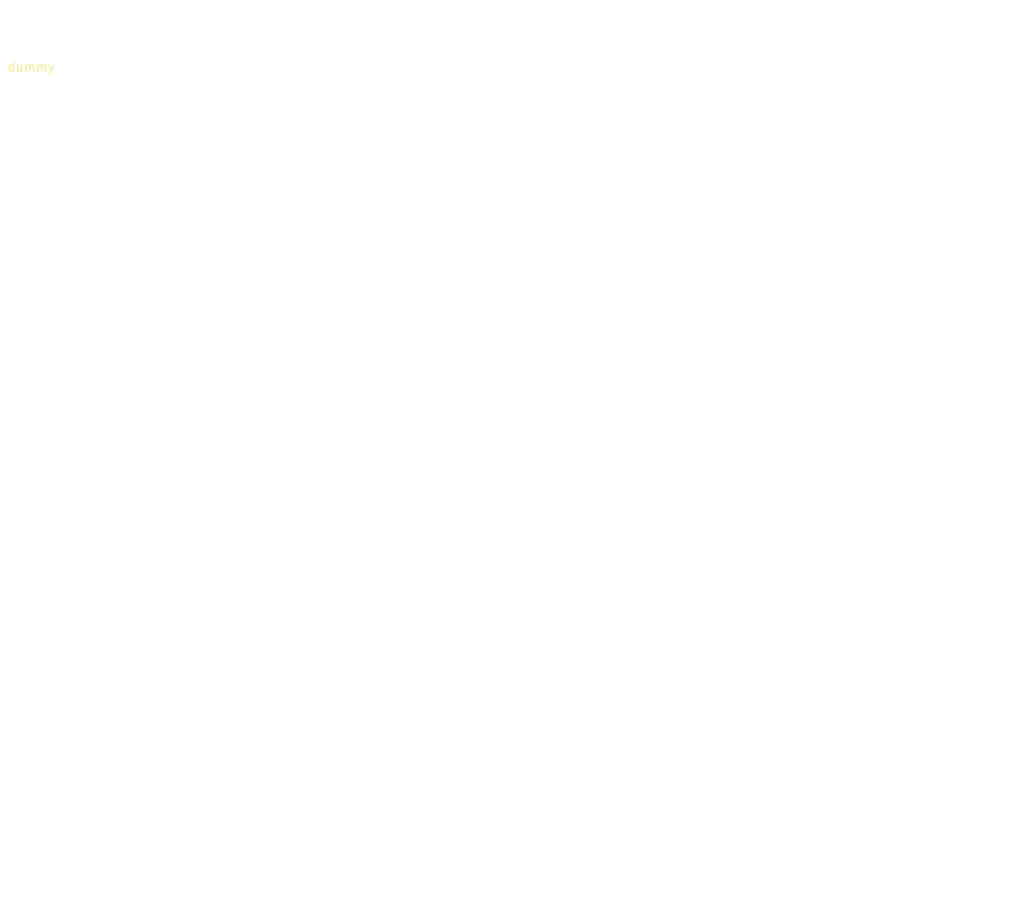
<source format=kicad_pcb>
(kicad_pcb (version 20171130) (host pcbnew 5.1.9)

  (general
    (thickness 1.6)
    (drawings 401)
    (tracks 0)
    (zones 0)
    (modules 1)
    (nets 1)
  )

  (page A4)
  (layers
    (0 F.Cu signal)
    (31 B.Cu signal)
    (32 B.Adhes user)
    (33 F.Adhes user)
    (34 B.Paste user)
    (35 F.Paste user)
    (36 B.SilkS user)
    (37 F.SilkS user)
    (38 B.Mask user)
    (39 F.Mask user)
    (40 Dwgs.User user)
    (41 Cmts.User user)
    (42 Eco1.User user)
    (43 Eco2.User user)
    (44 Edge.Cuts user)
    (45 Margin user)
    (46 B.CrtYd user)
    (47 F.CrtYd user)
    (48 B.Fab user)
    (49 F.Fab user)
  )

  (setup
    (last_trace_width 0.25)
    (trace_clearance 0.2)
    (zone_clearance 0.508)
    (zone_45_only no)
    (trace_min 0.2)
    (via_size 0.8)
    (via_drill 0.4)
    (via_min_size 0.4)
    (via_min_drill 0.3)
    (uvia_size 0.3)
    (uvia_drill 0.1)
    (uvias_allowed no)
    (uvia_min_size 0.2)
    (uvia_min_drill 0.1)
    (edge_width 0.1)
    (segment_width 0.2)
    (pcb_text_width 0.3)
    (pcb_text_size 1.5 1.5)
    (mod_edge_width 0.12)
    (mod_text_size 1 1)
    (mod_text_width 0.1)
    (pad_size 1.524 1.524)
    (pad_drill 0.762)
    (pad_to_mask_clearance 0.05)
    (aux_axis_origin 0 0)
    (visible_elements FFFFFFFF)
    (pcbplotparams
      (layerselection 0x010fc_ffffffff)
      (usegerberextensions false)
      (usegerberattributes true)
      (usegerberadvancedattributes true)
      (creategerberjobfile true)
      (excludeedgelayer true)
      (linewidth 0.100000)
      (plotframeref false)
      (viasonmask false)
      (mode 1)
      (useauxorigin false)
      (hpglpennumber 1)
      (hpglpenspeed 20)
      (hpglpendiameter 15.000000)
      (psnegative false)
      (psa4output false)
      (plotreference false)
      (plotvalue false)
      (plotinvisibletext false)
      (padsonsilk false)
      (subtractmaskfromsilk false)
      (outputformat 1)
      (mirror false)
      (drillshape 0)
      (scaleselection 1)
      (outputdirectory ""))
  )

  (net 0 "")

  (net_class Default "This is the default net class."
    (clearance 0.2)
    (trace_width 0.25)
    (via_dia 0.8)
    (via_drill 0.4)
    (uvia_dia 0.3)
    (uvia_drill 0.1)
  )

  (net_class Power ""
    (clearance 0.2)
    (trace_width 0.3)
    (via_dia 0.8)
    (via_drill 0.4)
    (uvia_dia 0.3)
    (uvia_drill 0.1)
  )

  (module dummy:dummy (layer F.Cu) (tedit 604AAE8F) (tstamp 6068E0E1)
    (at 12 12)
    (fp_text reference dummy (at 0 0.5) (layer F.SilkS)
      (effects (font (size 1 1) (thickness 0.15)))
    )
    (fp_text value dummy (at 0 -0.5) (layer F.Fab)
      (effects (font (size 1 1) (thickness 0.15)))
    )
  )

  (gr_circle (center 33.63 78.42) (end 34.73 78.42) (layer Cmts.User) (width 0.1) (tstamp 6069110F))
  (gr_circle (center 98.35 77.85) (end 99.45 77.85) (layer Cmts.User) (width 0.1) (tstamp 6069110F))
  (gr_circle (center 87.05 19.4) (end 88.15 19.4) (layer Cmts.User) (width 0.1) (tstamp 6069110F))
  (gr_circle (center 23.05 27.2) (end 24.15 27.2) (layer Cmts.User) (width 0.1) (tstamp 606910FB))
  (gr_circle (center 67.8 38) (end 88.35 38) (layer Cmts.User) (width 0.1))
  (gr_arc (start 101.403543 18.190204) (end 106.153543 18.190204) (angle -70.11765915) (layer Eco1.User) (width 0.1) (tstamp 6068D5E1))
  (gr_arc (start 51.931484 152.624677) (end 103.018969 13.723337) (angle -15.43081601) (layer Eco1.User) (width 0.1) (tstamp 6068D5C5))
  (gr_line (start 106.15 49.85) (end 121.26098 49.844001) (layer Eco1.User) (width 0.1) (tstamp 6068D556))
  (gr_arc (start 116.215001 52.600918) (end 121.965001 52.600918) (angle -28.65039189) (layer Eco1.User) (width 0.1) (tstamp 6068D53C))
  (gr_line (start 121.9 78.8) (end 121.893314 79.630452) (layer Eco1.User) (width 0.1) (tstamp 6068D4F9))
  (gr_line (start 118.95 78.8) (end 121.9 78.8) (layer Eco1.User) (width 0.1))
  (gr_line (start 118.95 73.2) (end 121.95 73.2) (layer Eco1.User) (width 0.1))
  (gr_line (start 121.965001 52.600918) (end 121.95 73.2) (layer Eco1.User) (width 0.1) (tstamp 6068D4C2))
  (gr_line (start 118.95 73.2) (end 118.95 78.8) (layer Eco1.User) (width 0.1) (tstamp 6068D472))
  (gr_arc (start 100.190263 79.447367) (end 119.398792 89.551246) (angle -27.26148989) (layer Eco1.User) (width 0.1) (tstamp 6068D45D))
  (gr_line (start 119.398792 89.551246) (end 112.550487 101.641178) (layer Eco1.User) (width 0.1) (tstamp 6068D449))
  (gr_arc (start 106.708 97.938735) (end 103.2 103.9) (angle -88.11250382) (layer Eco1.User) (width 0.1) (tstamp 6068D3EC))
  (gr_arc (start 61.59 173.76) (end 103.2 103.9) (angle -15.27393997) (layer Eco1.User) (width 0.1) (tstamp 6068D3B7))
  (gr_arc (start 15.281782 407.025991) (end 83.326703 95.40614) (angle -12.22013042) (layer Eco1.User) (width 0.1) (tstamp 6068D376))
  (gr_arc (start 60.008389 78.858139) (end 60.008389 5.128139) (angle -40.89999906) (layer Eco1.User) (width 0.1) (tstamp 6068D32E))
  (gr_arc (start 17.48 30.13) (end 11.73435 23.129062) (angle -38.97981394) (layer Eco1.User) (width 0.1) (tstamp 6068D2EE))
  (gr_arc (start 15.650037 81.065841) (end 8.650038 81.13584) (angle -90.85844454) (layer Eco1.User) (width 0.1) (tstamp 6068D2CC))
  (gr_line (start 64.21927 5.137309) (end 60.008389 5.128139) (layer Eco1.User) (width 0.1) (tstamp 6068D287))
  (gr_line (start 106.15 49.85) (end 106.153543 18.190204) (layer Eco1.User) (width 0.1) (tstamp 6068D262))
  (gr_line (start 8.609602 28.301979) (end 8.650038 81.13584) (layer Eco1.User) (width 0.1) (tstamp 6068D1C3))
  (gr_circle (center 107 95.2) (end 108.101136 95.2) (layer Dwgs.User) (width 0.1) (tstamp 6068D15D))
  (gr_circle (center 89.801135 86.7) (end 90.902271 86.7) (layer Dwgs.User) (width 0.1) (tstamp 6068CF40))
  (gr_circle (center 27 44.8) (end 28.11018 44.8) (layer Dwgs.User) (width 0.1) (tstamp 6068CEC2))
  (gr_circle (center 27 61.8) (end 28.11018 61.8) (layer Dwgs.User) (width 0.1) (tstamp 6068CEC2))
  (gr_circle (center 27 78.8) (end 28.11018 78.8) (layer Dwgs.User) (width 0.1) (tstamp 6068CEC2))
  (gr_circle (center 45 66.8) (end 46.11018 66.8) (layer Dwgs.User) (width 0.1) (tstamp 6068CEC2))
  (gr_circle (center 45 49.8) (end 46.11018 49.8) (layer Dwgs.User) (width 0.1) (tstamp 6068CEC2))
  (gr_circle (center 45 32.8) (end 46.11018 32.8) (layer Dwgs.User) (width 0.1) (tstamp 6068CEC2))
  (gr_circle (center 63 25.8) (end 64.11018 25.8) (layer Dwgs.User) (width 0.1) (tstamp 6068CEC2))
  (gr_circle (center 63 42.8) (end 64.11018 42.8) (layer Dwgs.User) (width 0.1) (tstamp 6068CEC2))
  (gr_circle (center 63 59.8) (end 64.11018 59.8) (layer Dwgs.User) (width 0.1) (tstamp 6068CEC2))
  (gr_circle (center 81 65.3) (end 82.11018 65.3) (layer Dwgs.User) (width 0.1) (tstamp 6068CEC2))
  (gr_circle (center 81 48.3) (end 82.11018 48.3) (layer Dwgs.User) (width 0.1) (tstamp 6068CEC2))
  (gr_circle (center 81 31.3) (end 82.11018 31.3) (layer Dwgs.User) (width 0.1) (tstamp 6068CEC2))
  (gr_circle (center 99 33.8) (end 100.11018 33.8) (layer Dwgs.User) (width 0.1) (tstamp 6068CEC2))
  (gr_circle (center 99 50.8) (end 100.11018 50.8) (layer Dwgs.User) (width 0.1) (tstamp 6068CEC2))
  (gr_circle (center 99 67.8) (end 100.11018 67.8) (layer Dwgs.User) (width 0.1) (tstamp 6068CDAA))
  (gr_line (start 28.9 70.2) (end 33.1 70.2) (layer Eco1.User) (width 0.1) (tstamp 6068CD0B))
  (gr_line (start 33.1 72.8) (end 28.9 72.8) (layer Eco1.User) (width 0.1) (tstamp 6068CD0A))
  (gr_line (start 33.1 70.2) (end 33.1 72.8) (layer Eco1.User) (width 0.1) (tstamp 6068CD09))
  (gr_line (start 28.9 72.8) (end 28.9 70.2) (layer Eco1.User) (width 0.1) (tstamp 6068CD08))
  (gr_line (start 46.9 22.8) (end 51.1 22.8) (layer Eco1.User) (width 0.1) (tstamp 6068CD0B))
  (gr_line (start 51.1 25.4) (end 46.9 25.4) (layer Eco1.User) (width 0.1) (tstamp 6068CD0A))
  (gr_line (start 51.1 22.8) (end 51.1 25.4) (layer Eco1.User) (width 0.1) (tstamp 6068CD09))
  (gr_line (start 46.9 25.4) (end 46.9 22.8) (layer Eco1.User) (width 0.1) (tstamp 6068CD08))
  (gr_line (start 84.3 23) (end 88.5 23) (layer Eco1.User) (width 0.1) (tstamp 6068CD0B))
  (gr_line (start 88.5 25.6) (end 84.3 25.6) (layer Eco1.User) (width 0.1) (tstamp 6068CD0A))
  (gr_line (start 88.5 23) (end 88.5 25.6) (layer Eco1.User) (width 0.1) (tstamp 6068CD09))
  (gr_line (start 84.3 25.6) (end 84.3 23) (layer Eco1.User) (width 0.1) (tstamp 6068CD08))
  (gr_line (start 82.9 54.2) (end 87.1 54.2) (layer Eco1.User) (width 0.1) (tstamp 6068CD0B))
  (gr_line (start 87.1 56.8) (end 82.9 56.8) (layer Eco1.User) (width 0.1) (tstamp 6068CD0A))
  (gr_line (start 87.1 54.2) (end 87.1 56.8) (layer Eco1.User) (width 0.1) (tstamp 6068CD09))
  (gr_line (start 82.9 56.8) (end 82.9 54.2) (layer Eco1.User) (width 0.1) (tstamp 6068CD08))
  (gr_line (start 82.9 71.2) (end 87.1 71.2) (layer Eco1.User) (width 0.1) (tstamp 6068CD0B))
  (gr_line (start 87.1 73.8) (end 82.9 73.8) (layer Eco1.User) (width 0.1) (tstamp 6068CD0A))
  (gr_line (start 87.1 71.2) (end 87.1 73.8) (layer Eco1.User) (width 0.1) (tstamp 6068CD09))
  (gr_line (start 82.9 73.8) (end 82.9 71.2) (layer Eco1.User) (width 0.1) (tstamp 6068CD08))
  (gr_line (start 46.9 63.2) (end 51.1 63.2) (layer Eco1.User) (width 0.1) (tstamp 6068CD06))
  (gr_line (start 46.9 65.8) (end 46.9 63.2) (layer Eco1.User) (width 0.1))
  (gr_line (start 51.1 65.8) (end 46.9 65.8) (layer Eco1.User) (width 0.1))
  (gr_line (start 51.1 63.2) (end 51.1 65.8) (layer Eco1.User) (width 0.1))
  (gr_line (start 28.9 37.2) (end 33.1 37.2) (layer Eco1.User) (width 0.1) (tstamp 6068CD05))
  (gr_line (start 28.9 34.6) (end 28.9 37.2) (layer Eco1.User) (width 0.1))
  (gr_line (start 33.1 34.6) (end 28.9 34.6) (layer Eco1.User) (width 0.1))
  (gr_line (start 33.1 37.2) (end 33.1 34.6) (layer Eco1.User) (width 0.1))
  (gr_circle (center 105.7 78.3) (end 106.81018 78.3) (layer Dwgs.User) (width 0.1) (tstamp 6068CD00))
  (gr_circle (center 113.81018 73.7) (end 114.92036 73.7) (layer Dwgs.User) (width 0.1) (tstamp 6068CCFB))
  (gr_circle (center 110.81018 73.7) (end 111.92036 73.7) (layer Dwgs.User) (width 0.1) (tstamp 6068CCFA))
  (gr_circle (center 106.81018 73.7) (end 107.92036 73.7) (layer Dwgs.User) (width 0.1) (tstamp 6068CCF9))
  (gr_circle (center 113.8 78.3) (end 114.9 78.45) (layer Cmts.User) (width 0.1) (tstamp 60687D76))
  (gr_circle (center 110.8 78.3) (end 111.9 78.45) (layer Cmts.User) (width 0.1) (tstamp 60687D76))
  (gr_circle (center 106.8 78.3) (end 107.9 78.45) (layer Cmts.User) (width 0.1) (tstamp 60687D76))
  (gr_circle (center 105.7 73.7) (end 106.8 73.85) (layer Cmts.User) (width 0.1))
  (gr_circle (center 107.35 59.15) (end 108 58.2) (layer Cmts.User) (width 0.1) (tstamp 60687D2B))
  (gr_circle (center 116 59.15) (end 116.65 58.2) (layer Cmts.User) (width 0.1) (tstamp 60687CEF))
  (gr_circle (center 115.95 54.95) (end 116.45 54.2) (layer Cmts.User) (width 0.1) (tstamp 60687CEF))
  (gr_circle (center 107.3 54.95) (end 107.8 54.2) (layer Cmts.User) (width 0.1))
  (gr_line (start 104 51.8) (end 106.3 51.8) (layer Cmts.User) (width 0.1) (tstamp 60687C5A))
  (gr_line (start 104 73) (end 104 51.8) (layer Dwgs.User) (width 0.1))
  (gr_line (start 108.1 72.7) (end 117 72.7) (layer Cmts.User) (width 0.1))
  (gr_line (start 108.1 71.4) (end 108.1 72.7) (layer Cmts.User) (width 0.1))
  (gr_line (start 104.5 71.4) (end 108.1 71.4) (layer Cmts.User) (width 0.1))
  (gr_line (start 104.5 61.3) (end 104.5 71.4) (layer Cmts.User) (width 0.1))
  (gr_line (start 106.3 61.3) (end 104.5 61.3) (layer Cmts.User) (width 0.1))
  (gr_line (start 106.3 51.8) (end 106.3 61.3) (layer Cmts.User) (width 0.1))
  (gr_line (start 117 51.8) (end 106.3 51.8) (layer Cmts.User) (width 0.1))
  (gr_line (start 117 72.9) (end 117 51.8) (layer Cmts.User) (width 0.1))
  (gr_line (start 117 73.2) (end 117 72.9) (layer Cmts.User) (width 0.1))
  (gr_line (start 119 73.2) (end 117 73.2) (layer Cmts.User) (width 0.1))
  (gr_line (start 117 78.8) (end 119 78.8) (layer Cmts.User) (width 0.1))
  (gr_line (start 117 79.1) (end 117 78.8) (layer Cmts.User) (width 0.1))
  (gr_line (start 104.9 79.1) (end 117 79.1) (layer Cmts.User) (width 0.1))
  (gr_line (start 104.9 73) (end 104.9 79.1) (layer Cmts.User) (width 0.1))
  (gr_line (start 104 73) (end 104.9 73) (layer Cmts.User) (width 0.1))
  (gr_line (start 31 18.5) (end 31 20.5) (layer Cmts.User) (width 0.1) (tstamp 60687A88))
  (gr_line (start 35.1 18.5) (end 31 18.5) (layer Cmts.User) (width 0.1))
  (gr_line (start 35.1 16.1) (end 35.1 18.5) (layer Cmts.User) (width 0.1))
  (gr_line (start 43.8 16.1) (end 35.1 16.1) (layer Cmts.User) (width 0.1))
  (gr_line (start 43.8 15.3) (end 43.8 16.1) (layer Cmts.User) (width 0.1))
  (gr_line (start 49 15.3) (end 43.8 15.3) (layer Cmts.User) (width 0.1))
  (gr_circle (center 101.58 94.52) (end 102.68 94.57) (layer Cmts.User) (width 0.1) (tstamp 606879D3))
  (gr_circle (center 98.3 90.2) (end 99.4 90.25) (layer Cmts.User) (width 0.1) (tstamp 606879D3))
  (gr_circle (center 80.15 84.08) (end 81.25 84.13) (layer Cmts.User) (width 0.1) (tstamp 606879D3))
  (gr_circle (center 84.44 87.4) (end 85.54 87.45) (layer Cmts.User) (width 0.1) (tstamp 606879D3))
  (gr_circle (center 109.29 92.16) (end 110.24 92.16) (layer Cmts.User) (width 0.1) (tstamp 6068796A))
  (gr_circle (center 99.77 86.66) (end 100.72 86.66) (layer Cmts.User) (width 0.1) (tstamp 6068796A))
  (gr_circle (center 91.28 83.12) (end 92.23 83.12) (layer Cmts.User) (width 0.1) (tstamp 6068796A))
  (gr_circle (center 80.65 80.28) (end 81.6 80.28) (layer Cmts.User) (width 0.1) (tstamp 6068796A))
  (gr_circle (center 104.53 89.41) (end 106.33 89.21) (layer Cmts.User) (width 0.1) (tstamp 60687935))
  (gr_circle (center 85.97 81.7) (end 87.77 81.5) (layer Cmts.User) (width 0.1) (tstamp 60687935))
  (gr_line (start 95.1 91.94) (end 107.06 98.84) (layer Cmts.User) (width 0.1))
  (gr_line (start 102 79.98) (end 95.1 91.94) (layer Cmts.User) (width 0.1))
  (gr_line (start 113.96 86.88) (end 102 79.98) (layer Cmts.User) (width 0.1))
  (gr_line (start 107.06 98.84) (end 113.96 86.88) (layer Cmts.User) (width 0.1))
  (gr_line (start 92.48 92.25) (end 108.07 101.26) (layer Cmts.User) (width 0.1) (tstamp 60687883))
  (gr_line (start 100.98 77.56) (end 92.48 92.25) (layer Cmts.User) (width 0.1))
  (gr_line (start 116.56 86.56) (end 100.98 77.56) (layer Cmts.User) (width 0.1))
  (gr_line (start 108.07 101.26) (end 116.56 86.56) (layer Cmts.User) (width 0.1))
  (gr_line (start 90.85 90.15) (end 77.52 86.58) (layer Cmts.User) (width 0.1) (tstamp 60687832))
  (gr_line (start 94.42 76.82) (end 90.85 90.15) (layer Cmts.User) (width 0.1))
  (gr_line (start 81.09 73.25) (end 94.42 76.82) (layer Cmts.User) (width 0.1))
  (gr_line (start 77.52 86.58) (end 81.09 73.25) (layer Cmts.User) (width 0.1))
  (gr_line (start 79.49 71.17) (end 75.1 87.57) (layer Cmts.User) (width 0.1) (tstamp 606877DB))
  (gr_line (start 92.46 92.23) (end 96.85 75.83) (layer Cmts.User) (width 0.1) (tstamp 606877C0))
  (gr_line (start 75.1 87.57) (end 92.46 92.23) (layer Cmts.User) (width 0.1) (tstamp 6068779C))
  (gr_line (start 79.49 71.17) (end 96.85 75.83) (layer Cmts.User) (width 0.1) (tstamp 60687765))
  (gr_line (start 116.55 81.7) (end 108.9 81.7) (layer Cmts.User) (width 0.1) (tstamp 6068769A))
  (gr_line (start 116.55 79.8) (end 116.55 81.7) (layer Cmts.User) (width 0.1))
  (gr_line (start 108.9 79.8) (end 116.55 79.8) (layer Cmts.User) (width 0.1))
  (gr_line (start 108.9 81.7) (end 108.9 79.8) (layer Cmts.User) (width 0.1))
  (gr_line (start 67.45 82.65) (end 68.6 82.65) (layer Cmts.User) (width 0.1) (tstamp 6068760D))
  (gr_line (start 68.6 70.35) (end 67.4 70.35) (layer Cmts.User) (width 0.1) (tstamp 6068760C))
  (gr_line (start 67.4 70.35) (end 67.45 82.65) (layer Cmts.User) (width 0.1) (tstamp 6068760B))
  (gr_line (start 68.6 82.65) (end 68.6 70.35) (layer Cmts.User) (width 0.1) (tstamp 6068760A))
  (gr_line (start 52.45 82.65) (end 53.6 82.65) (layer Cmts.User) (width 0.1) (tstamp 6068760D))
  (gr_line (start 53.6 70.35) (end 52.4 70.35) (layer Cmts.User) (width 0.1) (tstamp 6068760C))
  (gr_line (start 52.4 70.35) (end 52.45 82.65) (layer Cmts.User) (width 0.1) (tstamp 6068760B))
  (gr_line (start 53.6 82.65) (end 53.6 70.35) (layer Cmts.User) (width 0.1) (tstamp 6068760A))
  (gr_line (start 66.65 84.55) (end 66.65 83.4) (layer Cmts.User) (width 0.1) (tstamp 6068760D))
  (gr_line (start 54.35 83.4) (end 54.35 84.6) (layer Cmts.User) (width 0.1) (tstamp 6068760C))
  (gr_line (start 54.35 84.6) (end 66.65 84.55) (layer Cmts.User) (width 0.1) (tstamp 6068760B))
  (gr_line (start 66.65 83.4) (end 54.35 83.4) (layer Cmts.User) (width 0.1) (tstamp 6068760A))
  (gr_line (start 66.65 68.4) (end 54.35 68.4) (layer Cmts.User) (width 0.1) (tstamp 606875F0))
  (gr_line (start 66.65 69.55) (end 66.65 68.4) (layer Cmts.User) (width 0.1))
  (gr_line (start 54.35 69.6) (end 66.65 69.55) (layer Cmts.User) (width 0.1))
  (gr_line (start 54.35 68.4) (end 54.35 69.6) (layer Cmts.User) (width 0.1))
  (gr_line (start 55.35 71.35) (end 55.35 81.65) (layer Cmts.User) (width 0.1) (tstamp 606875B6))
  (gr_line (start 65.65 71.35) (end 55.35 71.35) (layer Cmts.User) (width 0.1))
  (gr_line (start 65.65 81.65) (end 65.65 71.35) (layer Cmts.User) (width 0.1))
  (gr_line (start 55.35 81.65) (end 65.65 81.65) (layer Cmts.User) (width 0.1))
  (gr_line (start 70.15 83.95) (end 70.15 79.8) (layer Cmts.User) (width 0.1) (tstamp 6068752E))
  (gr_line (start 73.85 83.95) (end 70.15 83.95) (layer Cmts.User) (width 0.1))
  (gr_line (start 73.85 79.8) (end 73.85 83.95) (layer Cmts.User) (width 0.1))
  (gr_line (start 70.15 79.8) (end 73.85 79.8) (layer Cmts.User) (width 0.1))
  (gr_line (start 70.15 78.45) (end 70.15 74.3) (layer Cmts.User) (width 0.1) (tstamp 6068752D))
  (gr_line (start 73.85 78.45) (end 70.15 78.45) (layer Cmts.User) (width 0.1))
  (gr_line (start 73.85 74.3) (end 73.85 78.45) (layer Cmts.User) (width 0.1))
  (gr_line (start 70.15 74.3) (end 73.85 74.3) (layer Cmts.User) (width 0.1))
  (gr_line (start 52.65 67.45) (end 52.65 65.55) (layer Cmts.User) (width 0.1) (tstamp 6068752C))
  (gr_line (start 60.85 67.45) (end 52.65 67.45) (layer Cmts.User) (width 0.1))
  (gr_line (start 60.85 65.55) (end 60.85 67.45) (layer Cmts.User) (width 0.1))
  (gr_line (start 52.65 65.55) (end 60.85 65.55) (layer Cmts.User) (width 0.1))
  (gr_line (start 38.65 82.2) (end 38.65 74.3) (layer Cmts.User) (width 0.1) (tstamp 6068752B))
  (gr_line (start 42.35 82.2) (end 38.65 82.2) (layer Cmts.User) (width 0.1))
  (gr_line (start 42.35 81.75) (end 42.35 82.2) (layer Cmts.User) (width 0.1))
  (gr_line (start 46.7 81.75) (end 42.35 81.75) (layer Cmts.User) (width 0.1))
  (gr_line (start 46.7 77.9) (end 46.7 81.75) (layer Cmts.User) (width 0.1))
  (gr_line (start 47.35 77.9) (end 46.7 77.9) (layer Cmts.User) (width 0.1))
  (gr_line (start 47.35 75.6) (end 47.35 77.9) (layer Cmts.User) (width 0.1))
  (gr_line (start 42.35 75.6) (end 47.35 75.6) (layer Cmts.User) (width 0.1))
  (gr_line (start 42.35 74.3) (end 42.35 75.6) (layer Cmts.User) (width 0.1))
  (gr_line (start 38.65 74.3) (end 42.35 74.3) (layer Cmts.User) (width 0.1))
  (gr_line (start 87.1 36.9) (end 87.1 23.1) (layer Cmts.User) (width 0.1) (tstamp 6068748E))
  (gr_line (start 100.9 23.1) (end 100.9 36.9) (layer Cmts.User) (width 0.1) (tstamp 6068748D))
  (gr_circle (center 94 30) (end 95.8 29.8) (layer Cmts.User) (width 0.1) (tstamp 6068748C))
  (gr_line (start 87.1 53.9) (end 87.1 40.1) (layer Cmts.User) (width 0.1) (tstamp 6068748B))
  (gr_line (start 103 21.5) (end 103 38.5) (layer Cmts.User) (width 0.1) (tstamp 6068748A))
  (gr_line (start 87.1 40.1) (end 100.9 40.1) (layer Cmts.User) (width 0.1) (tstamp 60687489))
  (gr_line (start 85 38.5) (end 85 21.5) (layer Cmts.User) (width 0.1) (tstamp 60687488))
  (gr_circle (center 88.5 64) (end 89.45 64.15) (layer Cmts.User) (width 0.1) (tstamp 60687487))
  (gr_circle (center 89 50.8) (end 90.1 50.95) (layer Cmts.User) (width 0.1) (tstamp 60687486))
  (gr_circle (center 88.5 47) (end 89.45 47.15) (layer Cmts.User) (width 0.1) (tstamp 60687485))
  (gr_line (start 103 55.5) (end 85 55.5) (layer Cmts.User) (width 0.1) (tstamp 60687484))
  (gr_line (start 85 21.5) (end 103 21.5) (layer Cmts.User) (width 0.1) (tstamp 60687483))
  (gr_circle (center 94 52.9) (end 95.1 52.95) (layer Cmts.User) (width 0.1) (tstamp 60687482))
  (gr_line (start 100.9 40.1) (end 100.9 53.9) (layer Cmts.User) (width 0.1) (tstamp 60687481))
  (gr_circle (center 94 47) (end 95.8 46.8) (layer Cmts.User) (width 0.1) (tstamp 60687480))
  (gr_line (start 103 38.5) (end 103 55.5) (layer Cmts.User) (width 0.1) (tstamp 6068747F))
  (gr_circle (center 99.5 30) (end 100.45 30) (layer Cmts.User) (width 0.1) (tstamp 6068747E))
  (gr_circle (center 89 33.8) (end 90.1 33.95) (layer Cmts.User) (width 0.1) (tstamp 6068747D))
  (gr_circle (center 99.5 64) (end 100.45 64) (layer Cmts.User) (width 0.1) (tstamp 6068747C))
  (gr_line (start 100.9 53.9) (end 87.1 53.9) (layer Cmts.User) (width 0.1) (tstamp 6068747B))
  (gr_line (start 85 55.5) (end 85 38.5) (layer Cmts.User) (width 0.1) (tstamp 6068747A))
  (gr_line (start 85 38.5) (end 103 38.5) (layer Cmts.User) (width 0.1) (tstamp 60687479))
  (gr_circle (center 99.5 47) (end 100.45 47) (layer Cmts.User) (width 0.1) (tstamp 60687478))
  (gr_line (start 87.1 23.1) (end 100.9 23.1) (layer Cmts.User) (width 0.1) (tstamp 60687477))
  (gr_line (start 87.1 70.9) (end 87.1 57.1) (layer Cmts.User) (width 0.1) (tstamp 60687476))
  (gr_line (start 100.9 57.1) (end 100.9 70.9) (layer Cmts.User) (width 0.1) (tstamp 60687475))
  (gr_line (start 103 72.5) (end 85 72.5) (layer Cmts.User) (width 0.1) (tstamp 60687474))
  (gr_circle (center 94 35.9) (end 95.1 35.95) (layer Cmts.User) (width 0.1) (tstamp 60687473))
  (gr_line (start 85 55.5) (end 103 55.5) (layer Cmts.User) (width 0.1) (tstamp 60687472))
  (gr_line (start 100.9 36.9) (end 87.1 36.9) (layer Cmts.User) (width 0.1) (tstamp 60687471))
  (gr_circle (center 94 64) (end 95.8 63.8) (layer Cmts.User) (width 0.1) (tstamp 60687470))
  (gr_line (start 103 55.5) (end 103 72.5) (layer Cmts.User) (width 0.1) (tstamp 6068746F))
  (gr_line (start 85 72.5) (end 85 55.5) (layer Cmts.User) (width 0.1) (tstamp 6068746E))
  (gr_line (start 103 38.5) (end 85 38.5) (layer Cmts.User) (width 0.1) (tstamp 6068746D))
  (gr_circle (center 94 69.9) (end 95.1 69.95) (layer Cmts.User) (width 0.1) (tstamp 6068746C))
  (gr_circle (center 88.5 30) (end 89.45 30.15) (layer Cmts.User) (width 0.1) (tstamp 6068746B))
  (gr_line (start 87.1 57.1) (end 100.9 57.1) (layer Cmts.User) (width 0.1) (tstamp 6068746A))
  (gr_circle (center 89 67.8) (end 90.1 67.95) (layer Cmts.User) (width 0.1) (tstamp 60687469))
  (gr_line (start 100.9 70.9) (end 87.1 70.9) (layer Cmts.User) (width 0.1) (tstamp 60687468))
  (gr_line (start 69.1 34.4) (end 69.1 20.6) (layer Cmts.User) (width 0.1) (tstamp 6068748E))
  (gr_line (start 82.9 20.6) (end 82.9 34.4) (layer Cmts.User) (width 0.1) (tstamp 6068748D))
  (gr_circle (center 76 27.5) (end 77.8 27.3) (layer Cmts.User) (width 0.1) (tstamp 6068748C))
  (gr_line (start 69.1 51.4) (end 69.1 37.6) (layer Cmts.User) (width 0.1) (tstamp 6068748B))
  (gr_line (start 85 19) (end 85 36) (layer Cmts.User) (width 0.1) (tstamp 6068748A))
  (gr_line (start 69.1 37.6) (end 82.9 37.6) (layer Cmts.User) (width 0.1) (tstamp 60687489))
  (gr_line (start 67 36) (end 67 19) (layer Cmts.User) (width 0.1) (tstamp 60687488))
  (gr_circle (center 70.5 61.5) (end 71.45 61.65) (layer Cmts.User) (width 0.1) (tstamp 60687487))
  (gr_circle (center 71 48.3) (end 72.1 48.45) (layer Cmts.User) (width 0.1) (tstamp 60687486))
  (gr_circle (center 70.5 44.5) (end 71.45 44.65) (layer Cmts.User) (width 0.1) (tstamp 60687485))
  (gr_line (start 85 53) (end 67 53) (layer Cmts.User) (width 0.1) (tstamp 60687484))
  (gr_line (start 67 19) (end 85 19) (layer Cmts.User) (width 0.1) (tstamp 60687483))
  (gr_circle (center 76 50.4) (end 77.1 50.45) (layer Cmts.User) (width 0.1) (tstamp 60687482))
  (gr_line (start 82.9 37.6) (end 82.9 51.4) (layer Cmts.User) (width 0.1) (tstamp 60687481))
  (gr_circle (center 76 44.5) (end 77.8 44.3) (layer Cmts.User) (width 0.1) (tstamp 60687480))
  (gr_line (start 85 36) (end 85 53) (layer Cmts.User) (width 0.1) (tstamp 6068747F))
  (gr_circle (center 81.5 27.5) (end 82.45 27.5) (layer Cmts.User) (width 0.1) (tstamp 6068747E))
  (gr_circle (center 71 31.3) (end 72.1 31.45) (layer Cmts.User) (width 0.1) (tstamp 6068747D))
  (gr_circle (center 81.5 61.5) (end 82.45 61.5) (layer Cmts.User) (width 0.1) (tstamp 6068747C))
  (gr_line (start 82.9 51.4) (end 69.1 51.4) (layer Cmts.User) (width 0.1) (tstamp 6068747B))
  (gr_line (start 67 53) (end 67 36) (layer Cmts.User) (width 0.1) (tstamp 6068747A))
  (gr_line (start 67 36) (end 85 36) (layer Cmts.User) (width 0.1) (tstamp 60687479))
  (gr_circle (center 81.5 44.5) (end 82.45 44.5) (layer Cmts.User) (width 0.1) (tstamp 60687478))
  (gr_line (start 69.1 20.6) (end 82.9 20.6) (layer Cmts.User) (width 0.1) (tstamp 60687477))
  (gr_line (start 69.1 68.4) (end 69.1 54.6) (layer Cmts.User) (width 0.1) (tstamp 60687476))
  (gr_line (start 82.9 54.6) (end 82.9 68.4) (layer Cmts.User) (width 0.1) (tstamp 60687475))
  (gr_line (start 85 70) (end 67 70) (layer Cmts.User) (width 0.1) (tstamp 60687474))
  (gr_circle (center 76 33.4) (end 77.1 33.45) (layer Cmts.User) (width 0.1) (tstamp 60687473))
  (gr_line (start 67 53) (end 85 53) (layer Cmts.User) (width 0.1) (tstamp 60687472))
  (gr_line (start 82.9 34.4) (end 69.1 34.4) (layer Cmts.User) (width 0.1) (tstamp 60687471))
  (gr_circle (center 76 61.5) (end 77.8 61.3) (layer Cmts.User) (width 0.1) (tstamp 60687470))
  (gr_line (start 85 53) (end 85 70) (layer Cmts.User) (width 0.1) (tstamp 6068746F))
  (gr_line (start 67 70) (end 67 53) (layer Cmts.User) (width 0.1) (tstamp 6068746E))
  (gr_line (start 85 36) (end 67 36) (layer Cmts.User) (width 0.1) (tstamp 6068746D))
  (gr_circle (center 76 67.4) (end 77.1 67.45) (layer Cmts.User) (width 0.1) (tstamp 6068746C))
  (gr_circle (center 70.5 27.5) (end 71.45 27.65) (layer Cmts.User) (width 0.1) (tstamp 6068746B))
  (gr_line (start 69.1 54.6) (end 82.9 54.6) (layer Cmts.User) (width 0.1) (tstamp 6068746A))
  (gr_circle (center 71 65.3) (end 72.1 65.45) (layer Cmts.User) (width 0.1) (tstamp 60687469))
  (gr_line (start 82.9 68.4) (end 69.1 68.4) (layer Cmts.User) (width 0.1) (tstamp 60687468))
  (gr_line (start 51.1 28.9) (end 51.1 15.1) (layer Cmts.User) (width 0.1) (tstamp 6068748E))
  (gr_line (start 64.9 15.1) (end 64.9 28.9) (layer Cmts.User) (width 0.1) (tstamp 6068748D))
  (gr_circle (center 58 22) (end 59.8 21.8) (layer Cmts.User) (width 0.1) (tstamp 6068748C))
  (gr_line (start 51.1 45.9) (end 51.1 32.1) (layer Cmts.User) (width 0.1) (tstamp 6068748B))
  (gr_line (start 67 13.5) (end 67 30.5) (layer Cmts.User) (width 0.1) (tstamp 6068748A))
  (gr_line (start 51.1 32.1) (end 64.9 32.1) (layer Cmts.User) (width 0.1) (tstamp 60687489))
  (gr_line (start 49 30.5) (end 49 13.5) (layer Cmts.User) (width 0.1) (tstamp 60687488))
  (gr_circle (center 52.5 56) (end 53.45 56.15) (layer Cmts.User) (width 0.1) (tstamp 60687487))
  (gr_circle (center 53 42.8) (end 54.1 42.95) (layer Cmts.User) (width 0.1) (tstamp 60687486))
  (gr_circle (center 52.5 39) (end 53.45 39.15) (layer Cmts.User) (width 0.1) (tstamp 60687485))
  (gr_line (start 67 47.5) (end 49 47.5) (layer Cmts.User) (width 0.1) (tstamp 60687484))
  (gr_line (start 49 13.5) (end 67 13.5) (layer Cmts.User) (width 0.1) (tstamp 60687483))
  (gr_circle (center 58 44.9) (end 59.1 44.95) (layer Cmts.User) (width 0.1) (tstamp 60687482))
  (gr_line (start 64.9 32.1) (end 64.9 45.9) (layer Cmts.User) (width 0.1) (tstamp 60687481))
  (gr_circle (center 58 39) (end 59.8 38.8) (layer Cmts.User) (width 0.1) (tstamp 60687480))
  (gr_line (start 67 30.5) (end 67 47.5) (layer Cmts.User) (width 0.1) (tstamp 6068747F))
  (gr_circle (center 63.5 22) (end 64.45 22) (layer Cmts.User) (width 0.1) (tstamp 6068747E))
  (gr_circle (center 53 25.8) (end 54.1 25.95) (layer Cmts.User) (width 0.1) (tstamp 6068747D))
  (gr_circle (center 63.5 56) (end 64.45 56) (layer Cmts.User) (width 0.1) (tstamp 6068747C))
  (gr_line (start 64.9 45.9) (end 51.1 45.9) (layer Cmts.User) (width 0.1) (tstamp 6068747B))
  (gr_line (start 49 47.5) (end 49 30.5) (layer Cmts.User) (width 0.1) (tstamp 6068747A))
  (gr_line (start 49 30.5) (end 67 30.5) (layer Cmts.User) (width 0.1) (tstamp 60687479))
  (gr_circle (center 63.5 39) (end 64.45 39) (layer Cmts.User) (width 0.1) (tstamp 60687478))
  (gr_line (start 51.1 15.1) (end 64.9 15.1) (layer Cmts.User) (width 0.1) (tstamp 60687477))
  (gr_line (start 51.1 62.9) (end 51.1 49.1) (layer Cmts.User) (width 0.1) (tstamp 60687476))
  (gr_line (start 64.9 49.1) (end 64.9 62.9) (layer Cmts.User) (width 0.1) (tstamp 60687475))
  (gr_line (start 67 64.5) (end 49 64.5) (layer Cmts.User) (width 0.1) (tstamp 60687474))
  (gr_circle (center 58 27.9) (end 59.1 27.95) (layer Cmts.User) (width 0.1) (tstamp 60687473))
  (gr_line (start 49 47.5) (end 67 47.5) (layer Cmts.User) (width 0.1) (tstamp 60687472))
  (gr_line (start 64.9 28.9) (end 51.1 28.9) (layer Cmts.User) (width 0.1) (tstamp 60687471))
  (gr_circle (center 58 56) (end 59.8 55.8) (layer Cmts.User) (width 0.1) (tstamp 60687470))
  (gr_line (start 67 47.5) (end 67 64.5) (layer Cmts.User) (width 0.1) (tstamp 6068746F))
  (gr_line (start 49 64.5) (end 49 47.5) (layer Cmts.User) (width 0.1) (tstamp 6068746E))
  (gr_line (start 67 30.5) (end 49 30.5) (layer Cmts.User) (width 0.1) (tstamp 6068746D))
  (gr_circle (center 58 61.9) (end 59.1 61.95) (layer Cmts.User) (width 0.1) (tstamp 6068746C))
  (gr_circle (center 52.5 22) (end 53.45 22.15) (layer Cmts.User) (width 0.1) (tstamp 6068746B))
  (gr_line (start 51.1 49.1) (end 64.9 49.1) (layer Cmts.User) (width 0.1) (tstamp 6068746A))
  (gr_circle (center 53 59.8) (end 54.1 59.95) (layer Cmts.User) (width 0.1) (tstamp 60687469))
  (gr_line (start 64.9 62.9) (end 51.1 62.9) (layer Cmts.User) (width 0.1) (tstamp 60687468))
  (gr_line (start 33.1 35.9) (end 33.1 22.1) (layer Cmts.User) (width 0.1) (tstamp 6068748E))
  (gr_line (start 46.9 22.1) (end 46.9 35.9) (layer Cmts.User) (width 0.1) (tstamp 6068748D))
  (gr_circle (center 40 29) (end 41.8 28.8) (layer Cmts.User) (width 0.1) (tstamp 6068748C))
  (gr_line (start 33.1 52.9) (end 33.1 39.1) (layer Cmts.User) (width 0.1) (tstamp 6068748B))
  (gr_line (start 49 20.5) (end 49 37.5) (layer Cmts.User) (width 0.1) (tstamp 6068748A))
  (gr_line (start 33.1 39.1) (end 46.9 39.1) (layer Cmts.User) (width 0.1) (tstamp 60687489))
  (gr_line (start 31 37.5) (end 31 20.5) (layer Cmts.User) (width 0.1) (tstamp 60687488))
  (gr_circle (center 34.5 63) (end 35.45 63.15) (layer Cmts.User) (width 0.1) (tstamp 60687487))
  (gr_circle (center 35 49.8) (end 36.1 49.95) (layer Cmts.User) (width 0.1) (tstamp 60687486))
  (gr_circle (center 34.5 46) (end 35.45 46.15) (layer Cmts.User) (width 0.1) (tstamp 60687485))
  (gr_line (start 49 54.5) (end 31 54.5) (layer Cmts.User) (width 0.1) (tstamp 60687484))
  (gr_line (start 31 20.5) (end 49 20.5) (layer Cmts.User) (width 0.1) (tstamp 60687483))
  (gr_circle (center 40 51.9) (end 41.1 51.95) (layer Cmts.User) (width 0.1) (tstamp 60687482))
  (gr_line (start 46.9 39.1) (end 46.9 52.9) (layer Cmts.User) (width 0.1) (tstamp 60687481))
  (gr_circle (center 40 46) (end 41.8 45.8) (layer Cmts.User) (width 0.1) (tstamp 60687480))
  (gr_line (start 49 37.5) (end 49 54.5) (layer Cmts.User) (width 0.1) (tstamp 6068747F))
  (gr_circle (center 45.5 29) (end 46.45 29) (layer Cmts.User) (width 0.1) (tstamp 6068747E))
  (gr_circle (center 35 32.8) (end 36.1 32.95) (layer Cmts.User) (width 0.1) (tstamp 6068747D))
  (gr_circle (center 45.5 63) (end 46.45 63) (layer Cmts.User) (width 0.1) (tstamp 6068747C))
  (gr_line (start 46.9 52.9) (end 33.1 52.9) (layer Cmts.User) (width 0.1) (tstamp 6068747B))
  (gr_line (start 31 54.5) (end 31 37.5) (layer Cmts.User) (width 0.1) (tstamp 6068747A))
  (gr_line (start 31 37.5) (end 49 37.5) (layer Cmts.User) (width 0.1) (tstamp 60687479))
  (gr_circle (center 45.5 46) (end 46.45 46) (layer Cmts.User) (width 0.1) (tstamp 60687478))
  (gr_line (start 33.1 22.1) (end 46.9 22.1) (layer Cmts.User) (width 0.1) (tstamp 60687477))
  (gr_line (start 33.1 69.9) (end 33.1 56.1) (layer Cmts.User) (width 0.1) (tstamp 60687476))
  (gr_line (start 46.9 56.1) (end 46.9 69.9) (layer Cmts.User) (width 0.1) (tstamp 60687475))
  (gr_line (start 49 71.5) (end 31 71.5) (layer Cmts.User) (width 0.1) (tstamp 60687474))
  (gr_circle (center 40 34.9) (end 41.1 34.95) (layer Cmts.User) (width 0.1) (tstamp 60687473))
  (gr_line (start 31 54.5) (end 49 54.5) (layer Cmts.User) (width 0.1) (tstamp 60687472))
  (gr_line (start 46.9 35.9) (end 33.1 35.9) (layer Cmts.User) (width 0.1) (tstamp 60687471))
  (gr_circle (center 40 63) (end 41.8 62.8) (layer Cmts.User) (width 0.1) (tstamp 60687470))
  (gr_line (start 49 54.5) (end 49 71.5) (layer Cmts.User) (width 0.1) (tstamp 6068746F))
  (gr_line (start 31 71.5) (end 31 54.5) (layer Cmts.User) (width 0.1) (tstamp 6068746E))
  (gr_line (start 49 37.5) (end 31 37.5) (layer Cmts.User) (width 0.1) (tstamp 6068746D))
  (gr_circle (center 40 68.9) (end 41.1 68.95) (layer Cmts.User) (width 0.1) (tstamp 6068746C))
  (gr_circle (center 34.5 29) (end 35.45 29.15) (layer Cmts.User) (width 0.1) (tstamp 6068746B))
  (gr_line (start 33.1 56.1) (end 46.9 56.1) (layer Cmts.User) (width 0.1) (tstamp 6068746A))
  (gr_circle (center 35 66.8) (end 36.1 66.95) (layer Cmts.User) (width 0.1) (tstamp 60687469))
  (gr_line (start 46.9 69.9) (end 33.1 69.9) (layer Cmts.User) (width 0.1) (tstamp 60687468))
  (gr_line (start 15.1 81.9) (end 15.1 68.1) (layer Cmts.User) (width 0.1) (tstamp 6068738A))
  (gr_line (start 28.9 68.1) (end 28.9 81.9) (layer Cmts.User) (width 0.1) (tstamp 60687389))
  (gr_circle (center 22 75) (end 23.8 74.8) (layer Cmts.User) (width 0.1) (tstamp 60687388))
  (gr_line (start 31 66.5) (end 31 83.5) (layer Cmts.User) (width 0.1) (tstamp 60687387))
  (gr_line (start 13 83.5) (end 13 66.5) (layer Cmts.User) (width 0.1) (tstamp 60687386))
  (gr_line (start 13 66.5) (end 31 66.5) (layer Cmts.User) (width 0.1) (tstamp 60687385))
  (gr_circle (center 27.5 75) (end 28.45 75) (layer Cmts.User) (width 0.1) (tstamp 60687384))
  (gr_circle (center 17 78.8) (end 18.1 78.95) (layer Cmts.User) (width 0.1) (tstamp 60687383))
  (gr_line (start 15.1 68.1) (end 28.9 68.1) (layer Cmts.User) (width 0.1) (tstamp 60687382))
  (gr_circle (center 22 80.9) (end 23.1 80.95) (layer Cmts.User) (width 0.1) (tstamp 60687381))
  (gr_line (start 28.9 81.9) (end 15.1 81.9) (layer Cmts.User) (width 0.1) (tstamp 60687380))
  (gr_line (start 31 83.5) (end 13 83.5) (layer Cmts.User) (width 0.1) (tstamp 6068737F))
  (gr_circle (center 16.5 75) (end 17.45 75.15) (layer Cmts.User) (width 0.1) (tstamp 6068737E))
  (gr_line (start 15.1 64.9) (end 15.1 51.1) (layer Cmts.User) (width 0.1) (tstamp 6068738A))
  (gr_line (start 28.9 51.1) (end 28.9 64.9) (layer Cmts.User) (width 0.1) (tstamp 60687389))
  (gr_circle (center 22 58) (end 23.8 57.8) (layer Cmts.User) (width 0.1) (tstamp 60687388))
  (gr_line (start 31 49.5) (end 31 66.5) (layer Cmts.User) (width 0.1) (tstamp 60687387))
  (gr_line (start 13 66.5) (end 13 49.5) (layer Cmts.User) (width 0.1) (tstamp 60687386))
  (gr_line (start 13 49.5) (end 31 49.5) (layer Cmts.User) (width 0.1) (tstamp 60687385))
  (gr_circle (center 27.5 58) (end 28.45 58) (layer Cmts.User) (width 0.1) (tstamp 60687384))
  (gr_circle (center 17 61.8) (end 18.1 61.95) (layer Cmts.User) (width 0.1) (tstamp 60687383))
  (gr_line (start 15.1 51.1) (end 28.9 51.1) (layer Cmts.User) (width 0.1) (tstamp 60687382))
  (gr_circle (center 22 63.9) (end 23.1 63.95) (layer Cmts.User) (width 0.1) (tstamp 60687381))
  (gr_line (start 28.9 64.9) (end 15.1 64.9) (layer Cmts.User) (width 0.1) (tstamp 60687380))
  (gr_line (start 31 66.5) (end 13 66.5) (layer Cmts.User) (width 0.1) (tstamp 6068737F))
  (gr_circle (center 16.5 58) (end 17.45 58.15) (layer Cmts.User) (width 0.1) (tstamp 6068737E))
  (gr_circle (center 17 44.8) (end 18.1 44.95) (layer Cmts.User) (width 0.1))
  (gr_circle (center 22 46.9) (end 23.1 46.95) (layer Cmts.User) (width 0.1))
  (gr_circle (center 27.5 41) (end 28.45 41) (layer Cmts.User) (width 0.1))
  (gr_circle (center 22 41) (end 23.8 40.8) (layer Cmts.User) (width 0.1))
  (gr_circle (center 16.5 41) (end 17.45 41.15) (layer Cmts.User) (width 0.1))
  (gr_line (start 13 49.5) (end 13 32.5) (layer Cmts.User) (width 0.1) (tstamp 60687262))
  (gr_line (start 31 49.5) (end 13 49.5) (layer Cmts.User) (width 0.1))
  (gr_line (start 31 32.5) (end 31 49.5) (layer Cmts.User) (width 0.1))
  (gr_line (start 13 32.5) (end 31 32.5) (layer Cmts.User) (width 0.1))
  (gr_line (start 15.1 47.9) (end 15.1 34.1) (layer Cmts.User) (width 0.1) (tstamp 60687229))
  (gr_line (start 28.9 47.9) (end 15.1 47.9) (layer Cmts.User) (width 0.1))
  (gr_line (start 28.9 34.1) (end 28.9 47.9) (layer Cmts.User) (width 0.1))
  (gr_line (start 15.1 34.1) (end 28.9 34.1) (layer Cmts.User) (width 0.1))
  (gr_circle (center 98.35 77.85) (end 101.85 77.85) (layer Cmts.User) (width 0.1))
  (gr_circle (center 33.63 78.42) (end 37.13 78.42) (layer Cmts.User) (width 0.1))
  (gr_circle (center 23.05 27.2) (end 26.55 27.2) (layer Cmts.User) (width 0.1))
  (gr_circle (center 87.05 19.4) (end 90.55 19.4) (layer Cmts.User) (width 0.1))
  (gr_circle (center 87.05 19.4) (end 88.8 19.4) (layer Cmts.User) (width 0.1))
  (gr_circle (center 23.05 27.2) (end 24.8 27.2) (layer Cmts.User) (width 0.1))
  (gr_circle (center 98.35 77.85) (end 100.1 77.85) (layer Cmts.User) (width 0.1))
  (gr_circle (center 33.63 78.42) (end 35.38 78.42) (layer Cmts.User) (width 0.1))
  (gr_circle (center 67.75 57) (end 70 57.75) (layer Cmts.User) (width 0.1))
  (gr_circle (center 86.75 38) (end 89 39) (layer Cmts.User) (width 0.1))
  (gr_circle (center 48.75 38) (end 50.75 39.25) (layer Cmts.User) (width 0.1))
  (gr_circle (center 67.75 19) (end 70 19.75) (layer Cmts.User) (width 0.1))
  (gr_arc (start 17.48 30.13) (end 15.008053 26.90833) (angle -34.87219547) (layer Eco1.User) (width 0.1) (tstamp 5F45BAB8))
  (gr_line (start 102.15 49.899082) (end 102.1 19.059419) (layer Eco1.User) (width 0.1) (tstamp 5F45BAB7))
  (gr_arc (start 52.262442 153.652303) (end 101.665777 18.379136) (angle -15.3002324) (layer Eco1.User) (width 0.1) (tstamp 5F45BAB6))
  (gr_arc (start 101.35 19.059419) (end 102.1 19.059419) (angle -65.1) (layer Eco1.User) (width 0.1) (tstamp 5F45BAB5))
  (gr_line (start 64.21927 10.137309) (end 60.008389 10.128139) (layer Eco1.User) (width 0.1) (tstamp 5F45BAB3))
  (gr_arc (start 60.008389 78.858139) (end 60.008389 10.128139) (angle -40.89999989) (layer Eco1.User) (width 0.1) (tstamp 5F45BAB2))
  (gr_line (start 116.965001 52.600918) (end 116.964022 79.588871) (layer Eco1.User) (width 0.1) (tstamp 5F359724))
  (gr_arc (start 15.157962 407.009453) (end 84.359841 90.554608) (angle -12.23761754) (layer Eco1.User) (width 0.1) (tstamp 5EDCBAB7))
  (gr_arc (start 100.190263 79.447367) (end 115.217419 86.901466) (angle -25.9) (layer Eco1.User) (width 0.1) (tstamp 5EDAA9C2))
  (gr_line (start 115.217419 86.901466) (end 108.369114 98.991398) (layer Eco1.User) (width 0.1) (tstamp 5EDAAAB5))
  (gr_arc (start 104.149999 49.829083) (end 102.15 49.899082) (angle -89) (layer Eco1.User) (width 0.1) (tstamp 5EDAB87A))
  (gr_arc (start 61.59 173.76) (end 105.638 99.588735) (angle -15.4000002) (layer Eco1.User) (width 0.1) (tstamp 5EDABA84))
  (gr_arc (start 15.650019 81.076615) (end 13.65002 81.146614) (angle -89.7) (layer Eco1.User) (width 0.1) (tstamp 5EDAA8DE))
  (gr_arc (start 106.708 97.938735) (end 105.638 99.588735) (angle -90.59999195) (layer Eco1.User) (width 0.1) (tstamp 5EDAABA5))
  (gr_arc (start 116.215001 52.600918) (end 116.965001 52.600918) (angle -90) (layer Eco1.User) (width 0.1) (tstamp 5EDAB58F))
  (gr_line (start 104.185083 51.829999) (end 116.215001 51.850918) (layer Eco1.User) (width 0.1) (tstamp 5EDAB58C))
  (gr_line (start 13.609959 28.900177) (end 13.65002 81.146614) (layer Eco1.User) (width 0.1) (tstamp 5EDAB9D6))

)

</source>
